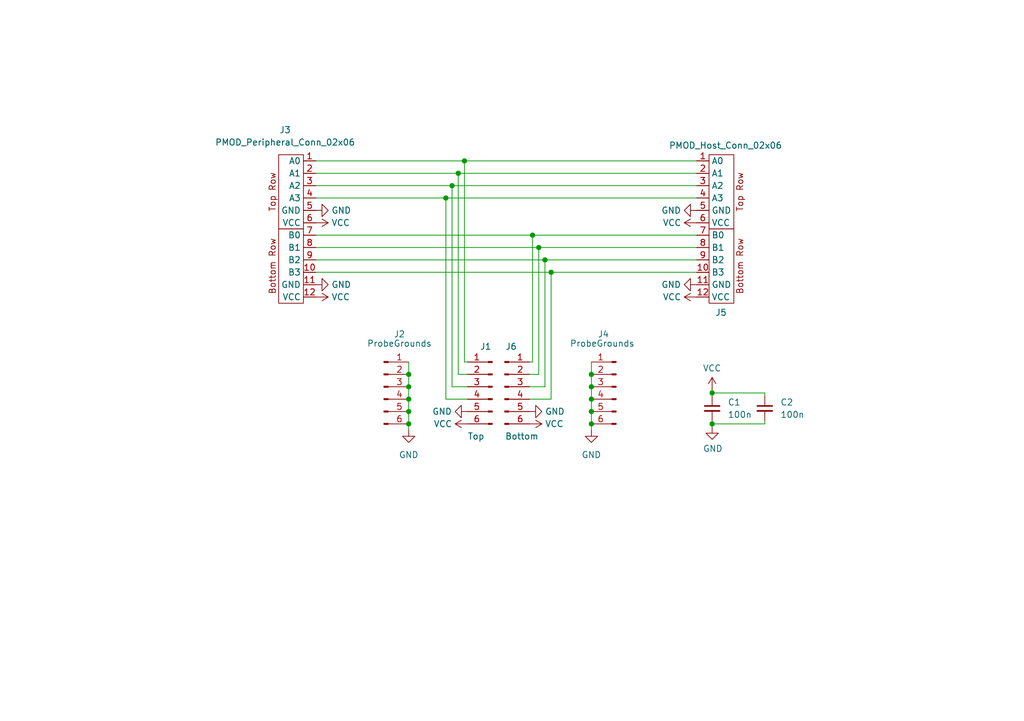
<source format=kicad_sch>
(kicad_sch (version 20211123) (generator eeschema)
  (paper "A5")
  (title_block (title "Pmod Logic Analyzer Probe") (date "2022-05-08") (rev "1.0.0") (company "Verneri Hirvonen"))
  (lib_symbols
    (symbol "Connector:Conn_01x06_Male" (pin_names (offset 1.016) hide)
      (property "Reference" "J" (at 0 7.62 0))
      (property "Value" "Conn_01x06_Male" (at 0 -10.16 0))
      (symbol "Conn_01x06_Male_1_1"
        (polyline (pts (xy 1.27 -7.62) (xy 0.8636 -7.62)) (stroke (width 0.1524)))
        (polyline (pts (xy 1.27 -5.08) (xy 0.8636 -5.08)) (stroke (width 0.1524)))
        (polyline (pts (xy 1.27 -2.54) (xy 0.8636 -2.54)) (stroke (width 0.1524)))
        (polyline (pts (xy 1.27 0) (xy 0.8636 0)) (stroke (width 0.1524)))
        (polyline (pts (xy 1.27 2.54) (xy 0.8636 2.54)) (stroke (width 0.1524)))
        (polyline (pts (xy 1.27 5.08) (xy 0.8636 5.08)) (stroke (width 0.1524)))
        (rectangle (start 0.8636 -7.493) (end 0 -7.747) (stroke (width 0.1524)) (fill (type outline)))
        (rectangle (start 0.8636 -4.953) (end 0 -5.207) (stroke (width 0.1524)) (fill (type outline)))
        (rectangle (start 0.8636 -2.413) (end 0 -2.667) (stroke (width 0.1524)) (fill (type outline)))
        (rectangle (start 0.8636 0.127) (end 0 -0.127) (stroke (width 0.1524)) (fill (type outline)))
        (rectangle (start 0.8636 2.667) (end 0 2.413) (stroke (width 0.1524)) (fill (type outline)))
        (rectangle (start 0.8636 5.207) (end 0 4.953) (stroke (width 0.1524)) (fill (type outline)))
        (pin passive line (at 5.08 5.08 180) (length 3.81) (name "Pin_1") (number "1"))
        (pin passive line (at 5.08 2.54 180) (length 3.81) (name "Pin_2") (number "2"))
        (pin passive line (at 5.08 0 180) (length 3.81) (name "Pin_3") (number "3"))
        (pin passive line (at 5.08 -2.54 180) (length 3.81) (name "Pin_4") (number "4"))
        (pin passive line (at 5.08 -5.08 180) (length 3.81) (name "Pin_5") (number "5"))
        (pin passive line (at 5.08 -7.62 180) (length 3.81) (name "Pin_6") (number "6"))
      )
    )
    (symbol "Device:C_Small" (pin_numbers hide) (pin_names (offset 0.254) hide)
      (property "Reference" "C" (at 0.254 1.778 0))
      (property "Value" "C_Small" (at 0.254 -2.032 0))
      (symbol "C_Small_0_1"
        (polyline (pts (xy -1.524 -0.508) (xy 1.524 -0.508)) (stroke (width 0.3302)))
        (polyline (pts (xy -1.524 0.508) (xy 1.524 0.508)) (stroke (width 0.3048)))
      )
      (symbol "C_Small_1_1"
        (pin passive line (at 0 2.54 270) (length 2.032) (name "~") (number "1"))
        (pin passive line (at 0 -2.54 90) (length 2.032) (name "~") (number "2"))
      )
    )
    (symbol "pmod:PMOD_Host_Conn_02x06"
      (property "Reference" "J" (at -0.635 -16.51 0))
      (property "Value" "PMOD_Host_Conn_02x06" (at 0 17.145 0))
      (symbol "PMOD_Host_Conn_02x06_0_0"
        (text "Bottom Row" (at 3.81 -7.62 900) (effects (font (size 1.27 1.27))))
        (text "Top Row" (at 3.81 7.62 900) (effects (font (size 1.27 1.27))))
      )
      (symbol "PMOD_Host_Conn_02x06_0_1"
        (rectangle (start -2.54 -15.24) (end 2.54 0))
        (rectangle (start -2.54 0) (end 2.54 15.24))
      )
      (symbol "PMOD_Host_Conn_02x06_1_1"
        (pin bidirectional line (at -5.08 13.97 0) (length 2.54) (name "A0") (number "1"))
        (pin bidirectional line (at -5.08 -8.89 0) (length 2.54) (name "B3") (number "10"))
        (pin power_out line (at -5.08 -11.43 0) (length 2.54) (name "GND") (number "11"))
        (pin power_out line (at -5.08 -13.97 0) (length 2.54) (name "VCC") (number "12"))
        (pin bidirectional line (at -5.08 11.43 0) (length 2.54) (name "A1") (number "2"))
        (pin bidirectional line (at -5.08 8.89 0) (length 2.54) (name "A2") (number "3"))
        (pin bidirectional line (at -5.08 6.35 0) (length 2.54) (name "A3") (number "4"))
        (pin power_out line (at -5.08 3.81 0) (length 2.54) (name "GND") (number "5"))
        (pin power_out line (at -5.08 1.27 0) (length 2.54) (name "VCC") (number "6"))
        (pin bidirectional line (at -5.08 -1.27 0) (length 2.54) (name "B0") (number "7"))
        (pin bidirectional line (at -5.08 -3.81 0) (length 2.54) (name "B1") (number "8"))
        (pin bidirectional line (at -5.08 -6.35 0) (length 2.54) (name "B2") (number "9"))
      )
    )
    (symbol "pmod:PMOD_Peripheral_Conn_02x06"
      (property "Reference" "J" (at 0 -16.51 0))
      (property "Value" "PMOD_Peripheral_Conn_02x06" (at 0 17.145 0))
      (symbol "PMOD_Peripheral_Conn_02x06_0_0"
        (text "Bottom Row" (at -3.81 -7.62 900) (effects (font (size 1.27 1.27))))
        (text "Top Row" (at -3.81 7.62 900) (effects (font (size 1.27 1.27))))
      )
      (symbol "PMOD_Peripheral_Conn_02x06_0_1"
        (rectangle (start -2.54 0) (end 2.54 -15.24))
        (rectangle (start -2.54 15.24) (end 2.54 0))
      )
      (symbol "PMOD_Peripheral_Conn_02x06_1_1"
        (pin bidirectional line (at 5.08 13.97 180) (length 2.54) (name "A0") (number "1"))
        (pin bidirectional line (at 5.08 -8.89 180) (length 2.54) (name "B3") (number "10"))
        (pin power_in line (at 5.08 -11.43 180) (length 2.54) (name "GND") (number "11"))
        (pin power_in line (at 5.08 -13.97 180) (length 2.54) (name "VCC") (number "12"))
        (pin bidirectional line (at 5.08 11.43 180) (length 2.54) (name "A1") (number "2"))
        (pin bidirectional line (at 5.08 8.89 180) (length 2.54) (name "A2") (number "3"))
        (pin bidirectional line (at 5.08 6.35 180) (length 2.54) (name "A3") (number "4"))
        (pin power_in line (at 5.08 3.81 180) (length 2.54) (name "GND") (number "5"))
        (pin power_in line (at 5.08 1.27 180) (length 2.54) (name "VCC") (number "6"))
        (pin bidirectional line (at 5.08 -1.27 180) (length 2.54) (name "B0") (number "7"))
        (pin bidirectional line (at 5.08 -3.81 180) (length 2.54) (name "B1") (number "8"))
        (pin bidirectional line (at 5.08 -6.35 180) (length 2.54) (name "B2") (number "9"))
      )
    )
    (symbol "power:GND" (power) (pin_names (offset 0))
      (property "Value" "GND" (at 0 -3.81 0))
      (symbol "GND_0_1"
        (polyline (pts (xy 0 0) (xy 0 -1.27) (xy 1.27 -1.27) (xy 0 -2.54) (xy -1.27 -1.27) (xy 0 -1.27)))
      )
      (symbol "GND_1_1"
        (pin power_in line (at 0 0 270) (length 0) hide (name "GND") (number "1"))
      )
    )
    (symbol "power:VCC" (power) (pin_names (offset 0))
      (property "Value" "VCC" (at 0 3.81 0))
      (symbol "VCC_0_1"
        (polyline (pts (xy -0.762 1.27) (xy 0 2.54)))
        (polyline (pts (xy 0 0) (xy 0 2.54)))
        (polyline (pts (xy 0 2.54) (xy 0.762 1.27)))
      )
      (symbol "VCC_1_1"
        (pin power_in line (at 0 0 90) (length 0) hide (name "VCC") (number "1"))
      )
    )
  )
  (junction (at 121.285 86.995))
  (junction (at 113.03 55.88))
  (junction (at 121.285 81.915))
  (junction (at 121.285 79.375))
  (junction (at 121.285 84.455))
  (junction (at 111.76 53.34))
  (junction (at 110.49 50.8))
  (junction (at 91.44 40.64))
  (junction (at 83.82 81.915))
  (junction (at 109.22 48.26))
  (junction (at 95.25 33.02))
  (junction (at 83.82 76.835))
  (junction (at 83.82 79.375))
  (junction (at 83.82 86.995))
  (junction (at 121.285 76.835))
  (junction (at 93.98 35.56))
  (junction (at 83.82 84.455))
  (junction (at 146.05 80.645))
  (junction (at 92.71 38.1))
  (junction (at 146.05 86.995))
  (wire (pts (xy 146.05 80.01) (xy 146.05 80.645)))
  (wire (pts (xy 93.98 35.56) (xy 93.98 76.835)))
  (wire (pts (xy 108.585 79.375) (xy 111.76 79.375)))
  (wire (pts (xy 92.71 38.1) (xy 142.875 38.1)))
  (wire (pts (xy 146.05 86.995) (xy 156.845 86.995)))
  (wire (pts (xy 95.25 33.02) (xy 142.875 33.02)))
  (wire (pts (xy 108.585 76.835) (xy 110.49 76.835)))
  (wire (pts (xy 111.76 53.34) (xy 111.76 79.375)))
  (wire (pts (xy 64.77 33.02) (xy 95.25 33.02)))
  (wire (pts (xy 109.22 48.26) (xy 109.22 74.295)))
  (wire (pts (xy 121.285 84.455) (xy 121.285 86.995)))
  (wire (pts (xy 146.05 80.645) (xy 156.845 80.645)))
  (wire (pts (xy 92.71 38.1) (xy 92.71 79.375)))
  (wire (pts (xy 113.03 55.88) (xy 142.875 55.88)))
  (wire (pts (xy 64.77 50.8) (xy 110.49 50.8)))
  (wire (pts (xy 64.77 35.56) (xy 93.98 35.56)))
  (wire (pts (xy 121.285 86.995) (xy 121.285 88.265)))
  (wire (pts (xy 108.585 81.915) (xy 113.03 81.915)))
  (wire (pts (xy 91.44 40.64) (xy 142.875 40.64)))
  (wire (pts (xy 83.82 86.995) (xy 83.82 88.265)))
  (wire (pts (xy 64.77 48.26) (xy 109.22 48.26)))
  (wire (pts (xy 111.76 53.34) (xy 142.875 53.34)))
  (wire (pts (xy 156.845 80.645) (xy 156.845 81.28)))
  (wire (pts (xy 91.44 40.64) (xy 91.44 81.915)))
  (wire (pts (xy 109.22 48.26) (xy 142.875 48.26)))
  (wire (pts (xy 64.77 53.34) (xy 111.76 53.34)))
  (wire (pts (xy 146.05 86.36) (xy 146.05 86.995)))
  (wire (pts (xy 108.585 74.295) (xy 109.22 74.295)))
  (wire (pts (xy 121.285 79.375) (xy 121.285 81.915)))
  (wire (pts (xy 83.82 81.915) (xy 83.82 84.455)))
  (wire (pts (xy 64.77 55.88) (xy 113.03 55.88)))
  (wire (pts (xy 83.82 74.295) (xy 83.82 76.835)))
  (wire (pts (xy 83.82 84.455) (xy 83.82 86.995)))
  (wire (pts (xy 95.885 81.915) (xy 91.44 81.915)))
  (wire (pts (xy 121.285 81.915) (xy 121.285 84.455)))
  (wire (pts (xy 95.885 76.835) (xy 93.98 76.835)))
  (wire (pts (xy 95.25 33.02) (xy 95.25 74.295)))
  (wire (pts (xy 64.77 38.1) (xy 92.71 38.1)))
  (wire (pts (xy 121.285 76.835) (xy 121.285 79.375)))
  (wire (pts (xy 93.98 35.56) (xy 142.875 35.56)))
  (wire (pts (xy 64.77 40.64) (xy 91.44 40.64)))
  (wire (pts (xy 146.05 80.645) (xy 146.05 81.28)))
  (wire (pts (xy 146.05 86.995) (xy 146.05 87.63)))
  (wire (pts (xy 83.82 79.375) (xy 83.82 81.915)))
  (wire (pts (xy 110.49 50.8) (xy 110.49 76.835)))
  (wire (pts (xy 95.885 74.295) (xy 95.25 74.295)))
  (wire (pts (xy 113.03 55.88) (xy 113.03 81.915)))
  (wire (pts (xy 83.82 76.835) (xy 83.82 79.375)))
  (wire (pts (xy 95.885 79.375) (xy 92.71 79.375)))
  (wire (pts (xy 121.285 74.295) (xy 121.285 76.835)))
  (wire (pts (xy 110.49 50.8) (xy 142.875 50.8)))
  (wire (pts (xy 156.845 86.36) (xy 156.845 86.995)))
  (symbol (lib_id "power:VCC") (at 146.05 80.01 0) (unit 1)
    (property "Reference" "#PWR0101" (effects hide))
    (property "Value" "VCC" (at 147.955 75.565 0) (effects (justify right)))
  )
  (symbol (lib_id "power:VCC") (at 108.585 86.995 270) (unit 1)
    (property "Reference" "#PWR0104" (effects hide))
    (property "Value" "VCC" (at 111.76 86.9949 90) (effects (justify left)))
  )
  (symbol (lib_id "Connector:Conn_01x06_Male") (at 100.965 79.375 0) (mirror y) (unit 1)
    (property "Reference" "J1" (at 98.425 71.12 0) (effects (justify right)))
    (property "Value" "Top" (at 95.885 89.535 0) (effects (justify right)))
    (property "Footprint" "Connector_PinHeader_2.54mm:PinHeader_1x06_P2.54mm_Vertical" (effects hide))
  )
  (symbol (lib_id "power:GND") (at 146.05 87.63 0) (unit 1)
    (property "Reference" "#PWR0102" (effects hide))
    (property "Value" "GND" (at 144.145 92.075 0) (effects (justify left)))
  )
  (symbol (lib_id "power:VCC") (at 95.885 86.995 90) (unit 1)
    (property "Reference" "#PWR0106" (effects hide))
    (property "Value" "VCC" (at 88.9 86.995 90) (effects (justify right)))
  )
  (symbol (lib_id "power:VCC") (at 142.875 45.72 90) (unit 1)
    (property "Reference" "#PWR08" (effects hide))
    (property "Value" "VCC" (at 135.89 45.72 90) (effects (justify right)))
  )
  (symbol (lib_id "Device:C_Small") (at 156.845 83.82 0) (unit 1)
    (property "Reference" "C2" (at 160.02 82.5562 0) (effects (justify left)))
    (property "Value" "100n" (at 160.02 85.0962 0) (effects (justify left)))
    (property "Footprint" "Capacitor_SMD:C_0603_1608Metric" (effects hide))
  )
  (symbol (lib_id "power:GND") (at 142.875 58.42 270) (unit 1)
    (property "Reference" "#PWR09" (effects hide))
    (property "Value" "GND" (at 139.7 58.4199 90) (effects (justify right)))
  )
  (symbol (lib_id "power:GND") (at 121.285 88.265 0) (unit 1)
    (property "Reference" "#PWR06" (effects hide))
    (property "Value" "GND" (at 121.285 93.345 0))
  )
  (symbol (lib_id "Device:C_Small") (at 146.05 83.82 0) (unit 1)
    (property "Reference" "C1" (at 149.225 82.5562 0) (effects (justify left)))
    (property "Value" "100n" (at 149.225 85.0962 0) (effects (justify left)))
    (property "Footprint" "Capacitor_SMD:C_0603_1608Metric" (effects hide))
  )
  (symbol (lib_id "pmod:PMOD_Peripheral_Conn_02x06") (at 59.69 46.99 0) (unit 1)
    (property "Reference" "J3" (at 58.4842 26.67 0))
    (property "Value" "PMOD_Peripheral_Conn_02x06" (at 58.4842 29.21 0))
    (property "Footprint" "pmod:PMOD_PinHeader_2x06_P2.54mm_Horizontal" (effects hide))
  )
  (symbol (lib_id "pmod:PMOD_Host_Conn_02x06") (at 147.955 46.99 0) (unit 1)
    (property "Reference" "J5" (at 146.685 64.135 0) (effects (justify left)))
    (property "Value" "PMOD_Host_Conn_02x06" (at 137.16 29.845 0) (effects (justify left)))
    (property "Footprint" "pmod:PMOD_PinSocket_2x06_P2.54mm_Horizontal" (effects hide))
  )
  (symbol (lib_id "power:GND") (at 64.77 43.18 90) (unit 1)
    (property "Reference" "#PWR01" (effects hide))
    (property "Value" "GND" (at 67.945 43.18 90) (effects (justify right)))
  )
  (symbol (lib_id "power:GND") (at 142.875 43.18 270) (unit 1)
    (property "Reference" "#PWR07" (effects hide))
    (property "Value" "GND" (at 139.7 43.1799 90) (effects (justify right)))
  )
  (symbol (lib_id "Connector:Conn_01x06_Male") (at 126.365 79.375 0) (mirror y) (unit 1)
    (property "Reference" "J4" (at 122.555 68.58 0) (effects (justify right)))
    (property "Value" "ProbeGrounds" (at 116.84 70.485 0) (effects (justify right)))
    (property "Footprint" "Connector_PinHeader_2.54mm:PinHeader_1x06_P2.54mm_Vertical" (effects hide))
  )
  (symbol (lib_id "Connector:Conn_01x06_Male") (at 103.505 79.375 0) (unit 1)
    (property "Reference" "J6" (at 106.045 71.12 0) (effects (justify right)))
    (property "Value" "Bottom" (at 110.49 89.535 0) (effects (justify right)))
    (property "Footprint" "Connector_PinHeader_2.54mm:PinHeader_1x06_P2.54mm_Vertical" (effects hide))
  )
  (symbol (lib_id "Connector:Conn_01x06_Male") (at 78.74 79.375 0) (unit 1)
    (property "Reference" "J2" (at 81.915 68.58 0))
    (property "Value" "ProbeGrounds" (at 81.915 70.485 0))
    (property "Footprint" "Connector_PinHeader_2.54mm:PinHeader_1x06_P2.54mm_Vertical" (effects hide))
  )
  (symbol (lib_id "power:GND") (at 108.585 84.455 90) (unit 1)
    (property "Reference" "#PWR0103" (effects hide))
    (property "Value" "GND" (at 111.76 84.455 90) (effects (justify right)))
  )
  (symbol (lib_id "power:VCC") (at 64.77 45.72 270) (unit 1)
    (property "Reference" "#PWR02" (effects hide))
    (property "Value" "VCC" (at 67.945 45.7199 90) (effects (justify left)))
  )
  (symbol (lib_id "power:VCC") (at 142.875 60.96 90) (unit 1)
    (property "Reference" "#PWR010" (effects hide))
    (property "Value" "VCC" (at 135.89 60.96 90) (effects (justify right)))
  )
  (symbol (lib_id "power:GND") (at 64.77 58.42 90) (unit 1)
    (property "Reference" "#PWR03" (effects hide))
    (property "Value" "GND" (at 67.945 58.42 90) (effects (justify right)))
  )
  (symbol (lib_id "power:GND") (at 95.885 84.455 270) (unit 1)
    (property "Reference" "#PWR0105" (effects hide))
    (property "Value" "GND" (at 92.71 84.4549 90) (effects (justify right)))
  )
  (symbol (lib_id "power:VCC") (at 64.77 60.96 270) (unit 1)
    (property "Reference" "#PWR04" (effects hide))
    (property "Value" "VCC" (at 67.945 60.9599 90) (effects (justify left)))
  )
  (symbol (lib_id "power:GND") (at 83.82 88.265 0) (unit 1)
    (property "Reference" "#PWR05" (effects hide))
    (property "Value" "GND" (at 83.82 93.345 0))
  )
)
</source>
